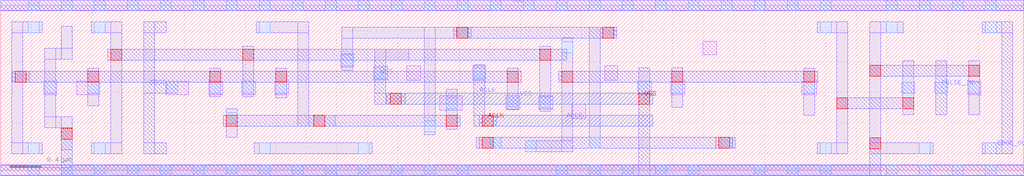
<source format=lef>
VERSION 5.7 ;
BUSBITCHARS "[]" ;
DIVIDERCHAR "/" ;

MACRO pulse2edge_area
  ORIGIN 0 -0.088 ;
  FOREIGN pulse2edge_area 0 0.088 ;
  SIZE 6.48 BY 1.08 ;
  SYMMETRY X Y ;
  SITE core ;
  PIN VDD
    DIRECTION INOUT ;
    USE POWER ;
    SHAPE ABUTMENT ;
    PORT
      LAYER M1 ;
        RECT 0 1.132 6.48 1.204 ;
    END
  END VDD
  PIN VSS
    DIRECTION INOUT ;
    USE GROUND ;
    SHAPE ABUTMENT ;
    PORT
      LAYER M1 ;
        RECT 0 0.052 6.48 0.124 ;
    END
  END VSS
  PIN ACLK
    DIRECTION INPUT ;
    USE SIGNAL ;
    PORT
      LAYER M1 ;
        RECT 5.148 0.744 5.328 0.888 ;
        RECT 5.256 0.368 5.328 0.888 ;
        RECT 5.148 0.368 5.328 0.512 ;
        RECT 5.148 0.744 5.22 1.032 ;
        RECT 5.148 0.224 5.22 0.512 ;
    END
  END ACLK
  PIN EDGE_OUT
    DIRECTION OUTPUT ;
    USE SIGNAL ;
    PORT
      LAYER M2 ;
        RECT 1.152 0.452 6.192 0.524 ;
      LAYER M1 ;
        RECT 6.044 0.844 6.192 0.916 ;
        RECT 6.12 0.34 6.192 0.916 ;
        RECT 6.04 0.34 6.192 0.412 ;
        RECT 0.828 0.988 1.224 1.06 ;
        RECT 1.152 0.196 1.224 1.06 ;
        RECT 0.828 0.196 1.224 0.268 ;
        RECT 0.828 0.824 0.9 1.06 ;
        RECT 0.828 0.196 0.9 0.432 ;
      LAYER V1 ;
        RECT 1.152 0.452 1.224 0.524 ;
        RECT 6.12 0.452 6.192 0.524 ;
    END
  END EDGE_OUT
  PIN GRST
    DIRECTION INPUT ;
    USE SIGNAL ;
    PORT
      LAYER M1 ;
        RECT 5.688 0.592 5.928 0.664 ;
        RECT 5.688 0.988 5.836 1.06 ;
        RECT 5.688 0.196 5.836 0.268 ;
        RECT 5.688 0.196 5.76 1.06 ;
    END
  END GRST
  PIN PULSE_IN
    DIRECTION INPUT ;
    USE SIGNAL ;
    PORT
      LAYER M1 ;
        RECT 0.428 0.844 0.576 0.916 ;
        RECT 0.504 0.34 0.576 0.916 ;
        RECT 0.428 0.34 0.576 0.412 ;
    END
  END PULSE_IN
  OBS
    LAYER LIG ;
      RECT 0 0.056 6.48 0.12 ;
      RECT 0 1.136 6.48 1.2 ;
      RECT 6.112 0.592 6.2 0.664 ;
      RECT 5.832 0.592 5.984 0.664 ;
      RECT 5.248 0.584 5.336 0.672 ;
      RECT 4.968 0.584 5.12 0.672 ;
      RECT 4.384 0.584 4.536 0.672 ;
      RECT 4.164 0.584 4.256 0.672 ;
      RECT 3.948 0.584 4.04 0.672 ;
      RECT 3.732 0.748 3.828 0.852 ;
      RECT 3.516 0.404 3.612 0.492 ;
      RECT 3.3 0.564 3.396 0.656 ;
      RECT 3.084 0.748 3.18 0.852 ;
      RECT 2.868 0.584 2.964 0.672 ;
      RECT 2.652 0.748 2.748 0.852 ;
      RECT 2.436 0.464 2.532 0.556 ;
      RECT 2.22 0.584 2.316 0.672 ;
      RECT 1.572 0.584 1.668 0.672 ;
      RECT 0.712 0.584 1.016 0.672 ;
      RECT 0.496 0.584 0.584 0.676 ;
      RECT 0.216 0.584 0.368 0.676 ;
    LAYER V0 ;
      RECT 6.228 0.052 6.3 0.124 ;
      RECT 6.228 0.196 6.3 0.268 ;
      RECT 6.228 1.132 6.3 1.204 ;
      RECT 6.12 0.592 6.192 0.664 ;
      RECT 6.012 0.052 6.084 0.124 ;
      RECT 6.012 0.988 6.084 1.06 ;
      RECT 6.012 1.132 6.084 1.204 ;
      RECT 5.836 0.592 5.908 0.664 ;
      RECT 5.796 0.052 5.868 0.124 ;
      RECT 5.796 1.132 5.868 1.204 ;
      RECT 5.364 0.052 5.436 0.124 ;
      RECT 5.364 0.196 5.436 0.268 ;
      RECT 5.364 0.988 5.436 1.06 ;
      RECT 5.364 1.132 5.436 1.204 ;
      RECT 5.256 0.592 5.328 0.664 ;
      RECT 5.148 0.052 5.22 0.124 ;
      RECT 5.148 1.132 5.22 1.204 ;
      RECT 4.976 0.592 5.048 0.664 ;
      RECT 4.932 0.052 5.004 0.124 ;
      RECT 4.932 0.196 5.004 0.268 ;
      RECT 4.932 0.988 5.004 1.06 ;
      RECT 4.932 1.132 5.004 1.204 ;
      RECT 4.716 0.052 4.788 0.124 ;
      RECT 4.716 1.132 4.788 1.204 ;
      RECT 4.5 0.052 4.572 0.124 ;
      RECT 4.5 1.132 4.572 1.204 ;
      RECT 4.456 0.592 4.528 0.664 ;
      RECT 4.284 0.052 4.356 0.124 ;
      RECT 4.284 1.132 4.356 1.204 ;
      RECT 4.176 0.592 4.248 0.664 ;
      RECT 4.068 0.052 4.14 0.124 ;
      RECT 4.068 0.988 4.14 1.06 ;
      RECT 4.068 1.132 4.14 1.204 ;
      RECT 3.96 0.592 4.032 0.664 ;
      RECT 3.852 0.052 3.924 0.124 ;
      RECT 3.852 0.196 3.924 0.268 ;
      RECT 3.852 1.132 3.924 1.204 ;
      RECT 3.636 0.052 3.708 0.124 ;
      RECT 3.636 1.132 3.708 1.204 ;
      RECT 3.528 0.412 3.6 0.484 ;
      RECT 3.528 0.772 3.6 0.844 ;
      RECT 3.42 0.052 3.492 0.124 ;
      RECT 3.42 1.132 3.492 1.204 ;
      RECT 3.312 0.576 3.384 0.648 ;
      RECT 3.204 0.052 3.276 0.124 ;
      RECT 3.204 0.268 3.276 0.34 ;
      RECT 3.204 0.988 3.276 1.06 ;
      RECT 3.204 1.132 3.276 1.204 ;
      RECT 2.988 0.052 3.06 0.124 ;
      RECT 2.988 0.196 3.06 0.268 ;
      RECT 2.988 1.132 3.06 1.204 ;
      RECT 2.88 0.592 2.952 0.664 ;
      RECT 2.772 0.052 2.844 0.124 ;
      RECT 2.772 0.984 2.844 1.056 ;
      RECT 2.772 1.132 2.844 1.204 ;
      RECT 2.556 0.052 2.628 0.124 ;
      RECT 2.556 1.132 2.628 1.204 ;
      RECT 2.448 0.472 2.52 0.544 ;
      RECT 2.34 0.052 2.412 0.124 ;
      RECT 2.34 1.132 2.412 1.204 ;
      RECT 2.232 0.592 2.304 0.664 ;
      RECT 2.124 0.052 2.196 0.124 ;
      RECT 2.124 0.196 2.196 0.268 ;
      RECT 2.124 0.988 2.196 1.06 ;
      RECT 2.124 1.132 2.196 1.204 ;
      RECT 1.908 0.052 1.98 0.124 ;
      RECT 1.908 1.132 1.98 1.204 ;
      RECT 1.692 0.052 1.764 0.124 ;
      RECT 1.692 1.132 1.764 1.204 ;
      RECT 1.584 0.592 1.656 0.664 ;
      RECT 1.476 0.052 1.548 0.124 ;
      RECT 1.476 0.196 1.548 0.268 ;
      RECT 1.476 0.988 1.548 1.06 ;
      RECT 1.476 1.132 1.548 1.204 ;
      RECT 1.044 0.052 1.116 0.124 ;
      RECT 1.044 1.132 1.116 1.204 ;
      RECT 0.828 0.052 0.9 0.124 ;
      RECT 0.828 0.34 0.9 0.412 ;
      RECT 0.828 0.844 0.9 0.916 ;
      RECT 0.828 1.132 0.9 1.204 ;
      RECT 0.816 0.592 0.888 0.664 ;
      RECT 0.612 0.052 0.684 0.124 ;
      RECT 0.612 1.132 0.684 1.204 ;
      RECT 0.504 0.592 0.576 0.664 ;
      RECT 0.396 0.052 0.468 0.124 ;
      RECT 0.396 0.196 0.468 0.268 ;
      RECT 0.396 1.132 0.468 1.204 ;
      RECT 0.216 0.592 0.288 0.664 ;
      RECT 0.18 0.052 0.252 0.124 ;
      RECT 0.18 0.988 0.252 1.06 ;
      RECT 0.18 1.132 0.252 1.204 ;
    LAYER M1 ;
      RECT 5.992 0.988 6.408 1.06 ;
      RECT 6.336 0.196 6.408 1.06 ;
      RECT 6.188 0.196 6.408 0.268 ;
      RECT 5.344 0.988 5.58 1.06 ;
      RECT 5.508 0.196 5.58 1.06 ;
      RECT 5.428 0.664 5.58 0.736 ;
      RECT 5.344 0.196 5.58 0.268 ;
      RECT 4.824 0.988 5.024 1.06 ;
      RECT 4.824 0.196 4.896 1.06 ;
      RECT 4.824 0.196 5.024 0.268 ;
      RECT 4.532 0.988 4.68 1.06 ;
      RECT 4.608 0.196 4.68 1.06 ;
      RECT 4.456 0.592 4.68 0.664 ;
      RECT 4.532 0.196 4.68 0.268 ;
      RECT 4.284 0.592 4.356 0.9 ;
      RECT 4.148 0.592 4.356 0.664 ;
      RECT 3.744 0.988 4.16 1.06 ;
      RECT 3.744 0.196 3.816 1.06 ;
      RECT 3.312 0.576 3.816 0.648 ;
      RECT 3.744 0.196 3.944 0.268 ;
      RECT 3.096 0.988 3.312 1.06 ;
      RECT 3.096 0.412 3.168 1.06 ;
      RECT 3.096 0.412 3.632 0.484 ;
      RECT 3.204 0.268 3.276 0.484 ;
      RECT 2.664 0.984 2.864 1.056 ;
      RECT 2.664 0.196 2.736 1.056 ;
      RECT 2.016 0.7 2.736 0.772 ;
      RECT 2.232 0.556 2.304 0.772 ;
      RECT 2.016 0.556 2.088 0.772 ;
      RECT 2.664 0.196 3.08 0.268 ;
      RECT 1.8 0.988 2.216 1.06 ;
      RECT 1.8 0.196 1.872 1.06 ;
      RECT 2.448 0.196 2.52 0.564 ;
      RECT 1.8 0.196 2.52 0.268 ;
      RECT 1.368 0.988 1.568 1.06 ;
      RECT 1.368 0.196 1.44 1.06 ;
      RECT 1.368 0.196 1.568 0.268 ;
      RECT 0.16 0.988 0.744 1.06 ;
      RECT 0.672 0.196 0.744 1.06 ;
      RECT 0.672 0.592 0.908 0.664 ;
      RECT 0.376 0.196 0.744 0.268 ;
      RECT 0.072 0.196 0.144 0.888 ;
      RECT 0.072 0.592 0.308 0.664 ;
      RECT 0.072 0.196 0.22 0.268 ;
      RECT 4.976 0.512 5.048 0.756 ;
      RECT 3.96 0.512 4.032 0.756 ;
      RECT 3.528 0.748 3.6 0.9 ;
      RECT 2.88 0.492 2.952 0.756 ;
      RECT 1.584 0.448 1.656 0.756 ;
    LAYER M2 ;
      RECT 4.532 0.988 6.408 1.06 ;
      RECT 2.86 0.664 5.54 0.736 ;
      RECT 3.508 0.808 4.916 0.88 ;
      RECT 1.564 0.664 2.108 0.736 ;
      RECT 0.072 0.784 1.44 0.856 ;
    LAYER V1 ;
      RECT 6.304 0.988 6.376 1.06 ;
      RECT 5.448 0.664 5.52 0.736 ;
      RECT 4.976 0.664 5.048 0.736 ;
      RECT 4.824 0.808 4.896 0.88 ;
      RECT 4.56 0.988 4.632 1.06 ;
      RECT 4.284 0.808 4.356 0.88 ;
      RECT 3.96 0.664 4.032 0.736 ;
      RECT 3.528 0.808 3.6 0.88 ;
      RECT 2.88 0.664 2.952 0.736 ;
      RECT 2.016 0.664 2.088 0.736 ;
      RECT 1.584 0.664 1.656 0.736 ;
      RECT 1.368 0.784 1.44 0.856 ;
      RECT 0.072 0.784 0.144 0.856 ;
  END
END pulse2edge_area

MACRO pulse2edge_power
  ORIGIN 0 -0.088 ;
  FOREIGN pulse2edge_power 0 0.088 ;
  SIZE 6.696 BY 1.08 ;
  SYMMETRY X Y ;
  SITE core ;
  PIN VDD
    DIRECTION INOUT ;
    USE POWER ;
    SHAPE ABUTMENT ;
    PORT
      LAYER M1 ;
        RECT 0 1.132 6.696 1.204 ;
    END
  END VDD
  PIN VSS
    DIRECTION INOUT ;
    USE GROUND ;
    SHAPE ABUTMENT ;
    PORT
      LAYER M2 ;
        RECT 2.528 0.52 4.268 0.592 ;
      LAYER M1 ;
        RECT 0 0.052 6.696 0.124 ;
        RECT 4.176 0.052 4.248 0.76 ;
        RECT 2.448 0.808 2.672 0.88 ;
        RECT 2.448 0.52 2.648 0.592 ;
        RECT 2.448 0.52 2.52 0.88 ;
      LAYER V1 ;
        RECT 2.548 0.52 2.62 0.592 ;
        RECT 4.176 0.52 4.248 0.592 ;
    END
  END VSS
  PIN ACLK
    DIRECTION INPUT ;
    USE SIGNAL ;
    PORT
      LAYER M2 ;
        RECT 3.132 0.376 4.268 0.448 ;
      LAYER M1 ;
        RECT 3.096 0.376 3.244 0.448 ;
        RECT 3.096 0.376 3.168 0.78 ;
      LAYER V1 ;
        RECT 3.152 0.376 3.224 0.448 ;
    END
  END ACLK
  PIN EDGE_OUT
    DIRECTION INPUT ;
    USE SIGNAL ;
    PORT
      LAYER M1 ;
        RECT 6.424 0.988 6.624 1.06 ;
        RECT 6.552 0.196 6.624 1.06 ;
        RECT 6.424 0.196 6.624 0.268 ;
    END
  END EDGE_OUT
  PIN GRST
    DIRECTION INPUT ;
    USE SIGNAL ;
    PORT
      LAYER M1 ;
        RECT 0.936 0.592 1.16 0.664 ;
        RECT 0.936 0.988 1.084 1.06 ;
        RECT 0.936 0.196 1.084 0.268 ;
        RECT 0.936 0.196 1.008 1.06 ;
    END
  END GRST
  PIN PULSE_IN
    DIRECTION INPUT ;
    USE SIGNAL ;
    PORT
      LAYER M1 ;
        RECT 6.12 0.452 6.192 0.804 ;
    END
  END PULSE_IN
  OBS
    LAYER LIG ;
      RECT 0 0.056 6.696 0.12 ;
      RECT 0 1.136 6.696 1.2 ;
      RECT 6.328 0.584 6.416 0.672 ;
      RECT 6.112 0.592 6.2 0.664 ;
      RECT 5.896 0.592 5.984 0.664 ;
      RECT 5.244 0.584 5.34 0.672 ;
      RECT 4.596 0.844 4.688 0.932 ;
      RECT 4.384 0.584 4.476 0.672 ;
      RECT 4.168 0.584 4.26 0.672 ;
      RECT 3.952 0.676 4.04 0.772 ;
      RECT 3.736 0.424 3.828 0.52 ;
      RECT 3.52 0.488 3.612 0.576 ;
      RECT 3.304 0.488 3.396 0.576 ;
      RECT 3.088 0.676 3.176 0.772 ;
      RECT 2.872 0.48 3.02 0.576 ;
      RECT 2.656 0.676 2.748 0.772 ;
      RECT 2.44 0.68 2.532 0.768 ;
      RECT 2.224 0.764 2.312 0.852 ;
      RECT 1.792 0.584 1.884 0.672 ;
      RECT 1.576 0.584 1.668 0.672 ;
      RECT 1.36 0.584 1.452 0.672 ;
      RECT 1.08 0.584 1.232 0.672 ;
      RECT 0.496 0.584 0.648 0.672 ;
      RECT 0.28 0.584 0.368 0.672 ;
    LAYER V0 ;
      RECT 6.444 0.052 6.516 0.124 ;
      RECT 6.444 0.196 6.516 0.268 ;
      RECT 6.444 0.988 6.516 1.06 ;
      RECT 6.444 1.132 6.516 1.204 ;
      RECT 6.336 0.592 6.408 0.664 ;
      RECT 6.228 0.052 6.3 0.124 ;
      RECT 6.228 1.132 6.3 1.204 ;
      RECT 6.12 0.592 6.192 0.664 ;
      RECT 6.012 0.052 6.084 0.124 ;
      RECT 6.012 0.196 6.084 0.268 ;
      RECT 6.012 1.132 6.084 1.204 ;
      RECT 5.904 0.592 5.976 0.664 ;
      RECT 5.796 0.052 5.868 0.124 ;
      RECT 5.796 0.988 5.868 1.06 ;
      RECT 5.796 1.132 5.868 1.204 ;
      RECT 5.364 0.052 5.436 0.124 ;
      RECT 5.364 0.196 5.436 0.268 ;
      RECT 5.364 0.988 5.436 1.06 ;
      RECT 5.364 1.132 5.436 1.204 ;
      RECT 5.256 0.592 5.328 0.664 ;
      RECT 5.148 0.052 5.22 0.124 ;
      RECT 5.148 1.132 5.22 1.204 ;
      RECT 4.932 0.052 5.004 0.124 ;
      RECT 4.932 1.132 5.004 1.204 ;
      RECT 4.716 0.232 4.788 0.304 ;
      RECT 4.716 1.132 4.788 1.204 ;
      RECT 4.5 0.052 4.572 0.124 ;
      RECT 4.5 1.132 4.572 1.204 ;
      RECT 4.392 0.592 4.464 0.664 ;
      RECT 4.284 0.052 4.356 0.124 ;
      RECT 4.284 1.132 4.356 1.204 ;
      RECT 4.176 0.592 4.248 0.664 ;
      RECT 4.068 0.052 4.14 0.124 ;
      RECT 4.068 1.132 4.14 1.204 ;
      RECT 3.852 0.052 3.924 0.124 ;
      RECT 3.852 0.232 3.924 0.304 ;
      RECT 3.852 1.132 3.924 1.204 ;
      RECT 3.672 0.856 3.744 0.928 ;
      RECT 3.636 0.052 3.708 0.124 ;
      RECT 3.636 1.132 3.708 1.204 ;
      RECT 3.528 0.496 3.6 0.568 ;
      RECT 3.432 0.208 3.504 0.28 ;
      RECT 3.42 1.132 3.492 1.204 ;
      RECT 3.316 0.504 3.388 0.576 ;
      RECT 3.204 0.232 3.276 0.304 ;
      RECT 3.204 1.132 3.276 1.204 ;
      RECT 3.096 0.688 3.168 0.76 ;
      RECT 2.988 0.052 3.06 0.124 ;
      RECT 2.988 0.952 3.06 1.024 ;
      RECT 2.988 1.132 3.06 1.204 ;
      RECT 2.916 0.492 2.988 0.564 ;
      RECT 2.772 0.052 2.844 0.124 ;
      RECT 2.772 0.34 2.844 0.412 ;
      RECT 2.772 1.132 2.844 1.204 ;
      RECT 2.556 0.052 2.628 0.124 ;
      RECT 2.556 1.132 2.628 1.204 ;
      RECT 2.448 0.688 2.52 0.76 ;
      RECT 2.34 0.052 2.412 0.124 ;
      RECT 2.34 0.196 2.412 0.268 ;
      RECT 2.34 1.132 2.412 1.204 ;
      RECT 2.232 0.772 2.304 0.844 ;
      RECT 2.124 0.052 2.196 0.124 ;
      RECT 2.124 1.132 2.196 1.204 ;
      RECT 1.908 0.052 1.98 0.124 ;
      RECT 1.908 1.132 1.98 1.204 ;
      RECT 1.8 0.592 1.872 0.664 ;
      RECT 1.692 0.052 1.764 0.124 ;
      RECT 1.692 0.196 1.764 0.268 ;
      RECT 1.692 0.988 1.764 1.06 ;
      RECT 1.692 1.132 1.764 1.204 ;
      RECT 1.584 0.592 1.656 0.664 ;
      RECT 1.476 0.052 1.548 0.124 ;
      RECT 1.476 0.392 1.548 0.464 ;
      RECT 1.476 1.132 1.548 1.204 ;
      RECT 1.368 0.592 1.44 0.664 ;
      RECT 1.26 0.052 1.332 0.124 ;
      RECT 1.26 1.132 1.332 1.204 ;
      RECT 1.088 0.592 1.16 0.664 ;
      RECT 1.044 0.052 1.116 0.124 ;
      RECT 1.044 1.132 1.116 1.204 ;
      RECT 0.828 0.052 0.9 0.124 ;
      RECT 0.828 1.132 0.9 1.204 ;
      RECT 0.612 0.052 0.684 0.124 ;
      RECT 0.612 0.196 0.684 0.268 ;
      RECT 0.612 0.988 0.684 1.06 ;
      RECT 0.612 1.132 0.684 1.204 ;
      RECT 0.568 0.592 0.64 0.664 ;
      RECT 0.396 0.052 0.468 0.124 ;
      RECT 0.396 1.132 0.468 1.204 ;
      RECT 0.288 0.592 0.36 0.664 ;
      RECT 0.18 0.052 0.252 0.124 ;
      RECT 0.18 0.196 0.252 0.268 ;
      RECT 0.18 0.988 0.252 1.06 ;
      RECT 0.18 1.132 0.252 1.204 ;
    LAYER M1 ;
      RECT 5.688 0.988 5.908 1.06 ;
      RECT 5.688 0.196 5.76 1.06 ;
      RECT 5.688 0.196 6.104 0.268 ;
      RECT 5.344 0.988 5.544 1.06 ;
      RECT 5.472 0.196 5.544 1.06 ;
      RECT 5.344 0.196 5.544 0.268 ;
      RECT 3.852 0.952 4.032 1.024 ;
      RECT 3.852 0.232 3.924 1.024 ;
      RECT 3.672 0.208 3.744 0.956 ;
      RECT 3.432 0.208 3.744 0.28 ;
      RECT 2.232 0.952 3.08 1.024 ;
      RECT 2.772 0.32 2.844 1.024 ;
      RECT 2.232 0.744 2.304 1.024 ;
      RECT 1.672 0.988 2.016 1.06 ;
      RECT 1.944 0.376 2.016 1.06 ;
      RECT 1.944 0.376 2.188 0.448 ;
      RECT 0.592 0.988 0.792 1.06 ;
      RECT 0.72 0.196 0.792 1.06 ;
      RECT 0.592 0.196 0.792 0.268 ;
      RECT 0.396 0.816 0.468 1.032 ;
      RECT 0.288 0.816 0.468 0.888 ;
      RECT 0.288 0.368 0.36 0.888 ;
      RECT 0.288 0.368 0.468 0.44 ;
      RECT 0.396 0.224 0.468 0.44 ;
      RECT 0.072 0.988 0.272 1.06 ;
      RECT 0.072 0.196 0.144 1.06 ;
      RECT 0.072 0.664 0.188 0.736 ;
      RECT 0.072 0.196 0.272 0.268 ;
      RECT 6.336 0.452 6.408 0.804 ;
      RECT 5.904 0.452 5.976 0.804 ;
      RECT 5.256 0.448 5.328 0.756 ;
      RECT 4.68 0.232 4.808 0.304 ;
      RECT 4.392 0.5 4.464 0.76 ;
      RECT 3.528 0.476 3.6 0.9 ;
      RECT 3.316 0.484 3.388 0.756 ;
      RECT 3.112 0.232 3.276 0.304 ;
      RECT 2.916 0.356 2.988 0.62 ;
      RECT 1.66 0.196 2.432 0.268 ;
      RECT 1.8 0.564 1.872 0.756 ;
      RECT 1.584 0.568 1.656 0.9 ;
      RECT 1.476 0.304 1.548 0.492 ;
      RECT 1.368 0.568 1.44 0.756 ;
      RECT 0.568 0.512 0.64 0.756 ;
    LAYER M2 ;
      RECT 0.396 0.052 0.468 0.364 ;
      RECT 5.688 0.052 5.76 0.3 ;
      RECT 0.396 0.052 5.76 0.124 ;
      RECT 5.688 0.704 6.408 0.776 ;
      RECT 5.472 0.492 5.976 0.564 ;
      RECT 3.652 0.664 5.348 0.736 ;
      RECT 3.132 0.232 4.792 0.304 ;
      RECT 2.964 0.952 4.032 1.024 ;
      RECT 0.7 0.808 3.704 0.88 ;
      RECT 0.076 0.664 3.408 0.736 ;
      RECT 1.456 0.376 3.008 0.448 ;
    LAYER V1 ;
      RECT 6.336 0.704 6.408 0.776 ;
      RECT 5.904 0.492 5.976 0.564 ;
      RECT 5.688 0.228 5.76 0.3 ;
      RECT 5.688 0.704 5.76 0.776 ;
      RECT 5.472 0.492 5.544 0.564 ;
      RECT 5.256 0.664 5.328 0.736 ;
      RECT 4.7 0.232 4.772 0.304 ;
      RECT 4.392 0.664 4.464 0.736 ;
      RECT 3.94 0.952 4.012 1.024 ;
      RECT 3.672 0.664 3.744 0.736 ;
      RECT 3.528 0.808 3.6 0.88 ;
      RECT 3.316 0.664 3.388 0.736 ;
      RECT 3.152 0.232 3.224 0.304 ;
      RECT 2.984 0.952 3.056 1.024 ;
      RECT 2.916 0.376 2.988 0.448 ;
      RECT 2.048 0.376 2.12 0.448 ;
      RECT 1.8 0.664 1.872 0.736 ;
      RECT 1.584 0.808 1.656 0.88 ;
      RECT 1.476 0.376 1.548 0.448 ;
      RECT 1.368 0.664 1.44 0.736 ;
      RECT 0.72 0.808 0.792 0.88 ;
      RECT 0.568 0.664 0.64 0.736 ;
      RECT 0.396 0.292 0.468 0.364 ;
      RECT 0.096 0.664 0.168 0.736 ;
  END
END pulse2edge_power

END LIBRARY

</source>
